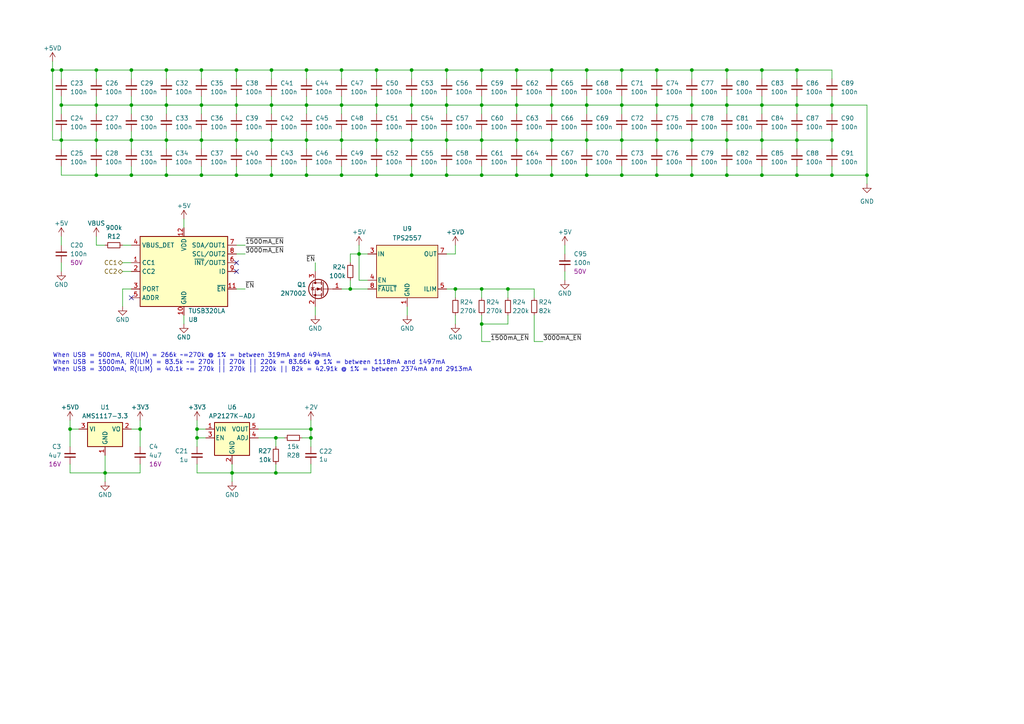
<source format=kicad_sch>
(kicad_sch (version 20230121) (generator eeschema)
  (paper "A4")
  (title_block (date "2023-04-03") (rev "V2.0") (comment 1 "All capacitors 50V unless otherwise specified."))
  (junction (at 30.48 137.16))
  (junction (at 27.94 50.8))
  (junction (at 99.06 40.64))
  (junction (at 210.82 20.32))
  (junction (at 190.5 40.64))
  (junction (at 119.38 50.8))
  (junction (at 80.01 127))
  (junction (at 48.26 20.32))
  (junction (at 58.42 50.8))
  (junction (at 99.06 20.32))
  (junction (at 27.94 20.32))
  (junction (at 170.18 30.48))
  (junction (at 109.22 40.64))
  (junction (at 88.9 30.48))
  (junction (at 180.34 40.64))
  (junction (at 139.7 93.98))
  (junction (at 139.7 40.64))
  (junction (at 200.66 20.32))
  (junction (at 78.74 20.32))
  (junction (at 104.14 73.66))
  (junction (at 190.5 30.48))
  (junction (at 119.38 40.64))
  (junction (at 241.3 50.8))
  (junction (at 27.94 40.64))
  (junction (at 17.78 30.48))
  (junction (at 90.17 124.46))
  (junction (at 170.18 20.32))
  (junction (at 231.14 40.64))
  (junction (at 180.34 20.32))
  (junction (at 48.26 40.64))
  (junction (at 160.02 20.32))
  (junction (at 200.66 50.8))
  (junction (at 241.3 30.48))
  (junction (at 149.86 20.32))
  (junction (at 17.78 40.64))
  (junction (at 200.66 30.48))
  (junction (at 80.01 137.16))
  (junction (at 220.98 20.32))
  (junction (at 68.58 40.64))
  (junction (at 147.32 83.82))
  (junction (at 99.06 50.8))
  (junction (at 99.06 30.48))
  (junction (at 231.14 20.32))
  (junction (at 109.22 30.48))
  (junction (at 90.17 127))
  (junction (at 170.18 50.8))
  (junction (at 129.54 20.32))
  (junction (at 109.22 50.8))
  (junction (at 180.34 30.48))
  (junction (at 220.98 50.8))
  (junction (at 190.5 20.32))
  (junction (at 129.54 50.8))
  (junction (at 139.7 83.82))
  (junction (at 132.08 83.82))
  (junction (at 88.9 20.32))
  (junction (at 160.02 40.64))
  (junction (at 129.54 30.48))
  (junction (at 139.7 50.8))
  (junction (at 15.24 20.32))
  (junction (at 68.58 30.48))
  (junction (at 20.32 124.46))
  (junction (at 210.82 40.64))
  (junction (at 190.5 50.8))
  (junction (at 38.1 20.32))
  (junction (at 38.1 50.8))
  (junction (at 109.22 20.32))
  (junction (at 200.66 40.64))
  (junction (at 48.26 50.8))
  (junction (at 68.58 50.8))
  (junction (at 38.1 30.48))
  (junction (at 78.74 50.8))
  (junction (at 57.15 127))
  (junction (at 149.86 40.64))
  (junction (at 129.54 40.64))
  (junction (at 119.38 30.48))
  (junction (at 210.82 30.48))
  (junction (at 220.98 40.64))
  (junction (at 160.02 30.48))
  (junction (at 220.98 30.48))
  (junction (at 139.7 30.48))
  (junction (at 170.18 40.64))
  (junction (at 160.02 50.8))
  (junction (at 78.74 30.48))
  (junction (at 231.14 50.8))
  (junction (at 88.9 50.8))
  (junction (at 58.42 30.48))
  (junction (at 139.7 20.32))
  (junction (at 88.9 40.64))
  (junction (at 101.6 83.82))
  (junction (at 58.42 40.64))
  (junction (at 231.14 30.48))
  (junction (at 149.86 50.8))
  (junction (at 241.3 40.64))
  (junction (at 68.58 20.32))
  (junction (at 17.78 20.32))
  (junction (at 78.74 40.64))
  (junction (at 48.26 30.48))
  (junction (at 27.94 30.48))
  (junction (at 210.82 50.8))
  (junction (at 67.31 137.16))
  (junction (at 119.38 20.32))
  (junction (at 180.34 50.8))
  (junction (at 149.86 30.48))
  (junction (at 57.15 124.46))
  (junction (at 40.64 124.46))
  (junction (at 58.42 20.32))
  (junction (at 251.46 50.8))
  (junction (at 38.1 40.64))
  (no_connect (at 38.1 86.36))
  (no_connect (at 68.58 76.2))
  (no_connect (at 68.58 78.74))
  (wire (pts (xy 109.22 33.02) (xy 109.22 30.48)))
  (wire (pts (xy 119.38 43.18) (xy 119.38 40.64)))
  (wire (pts (xy 180.34 40.64) (xy 180.34 38.1)))
  (wire (pts (xy 163.83 71.12) (xy 163.83 73.66)))
  (wire (pts (xy 132.08 93.98) (xy 132.08 91.44)))
  (wire (pts (xy 67.31 137.16) (xy 67.31 134.62)))
  (wire (pts (xy 147.32 83.82) (xy 139.7 83.82)))
  (wire (pts (xy 200.66 43.18) (xy 200.66 40.64)))
  (wire (pts (xy 17.78 22.86) (xy 17.78 20.32)))
  (wire (pts (xy 27.94 50.8) (xy 38.1 50.8)))
  (wire (pts (xy 190.5 30.48) (xy 200.66 30.48)))
  (wire (pts (xy 87.63 127) (xy 90.17 127)))
  (wire (pts (xy 149.86 50.8) (xy 149.86 48.26)))
  (wire (pts (xy 68.58 40.64) (xy 78.74 40.64)))
  (wire (pts (xy 58.42 22.86) (xy 58.42 20.32)))
  (wire (pts (xy 38.1 124.46) (xy 40.64 124.46)))
  (wire (pts (xy 48.26 20.32) (xy 58.42 20.32)))
  (wire (pts (xy 119.38 50.8) (xy 129.54 50.8)))
  (wire (pts (xy 90.17 127) (xy 90.17 124.46)))
  (wire (pts (xy 220.98 40.64) (xy 231.14 40.64)))
  (wire (pts (xy 149.86 22.86) (xy 149.86 20.32)))
  (wire (pts (xy 160.02 50.8) (xy 160.02 48.26)))
  (wire (pts (xy 57.15 129.54) (xy 57.15 127)))
  (wire (pts (xy 210.82 20.32) (xy 220.98 20.32)))
  (wire (pts (xy 57.15 124.46) (xy 59.69 124.46)))
  (wire (pts (xy 160.02 22.86) (xy 160.02 20.32)))
  (wire (pts (xy 200.66 22.86) (xy 200.66 20.32)))
  (wire (pts (xy 149.86 40.64) (xy 149.86 38.1)))
  (wire (pts (xy 27.94 50.8) (xy 27.94 48.26)))
  (wire (pts (xy 119.38 40.64) (xy 119.38 38.1)))
  (wire (pts (xy 170.18 40.64) (xy 170.18 38.1)))
  (wire (pts (xy 20.32 134.62) (xy 20.32 137.16)))
  (wire (pts (xy 170.18 50.8) (xy 180.34 50.8)))
  (wire (pts (xy 190.5 22.86) (xy 190.5 20.32)))
  (wire (pts (xy 190.5 33.02) (xy 190.5 30.48)))
  (wire (pts (xy 68.58 22.86) (xy 68.58 20.32)))
  (wire (pts (xy 109.22 40.64) (xy 119.38 40.64)))
  (wire (pts (xy 15.24 20.32) (xy 15.24 40.64)))
  (wire (pts (xy 57.15 134.62) (xy 57.15 137.16)))
  (wire (pts (xy 109.22 50.8) (xy 119.38 50.8)))
  (wire (pts (xy 74.93 127) (xy 80.01 127)))
  (wire (pts (xy 35.56 78.74) (xy 38.1 78.74)))
  (wire (pts (xy 99.06 33.02) (xy 99.06 30.48)))
  (wire (pts (xy 91.44 88.9) (xy 91.44 91.44)))
  (wire (pts (xy 163.83 78.74) (xy 163.83 81.28)))
  (wire (pts (xy 99.06 20.32) (xy 109.22 20.32)))
  (wire (pts (xy 58.42 30.48) (xy 58.42 27.94)))
  (wire (pts (xy 180.34 30.48) (xy 180.34 27.94)))
  (wire (pts (xy 160.02 30.48) (xy 160.02 27.94)))
  (wire (pts (xy 231.14 33.02) (xy 231.14 30.48)))
  (wire (pts (xy 132.08 86.36) (xy 132.08 83.82)))
  (wire (pts (xy 30.48 137.16) (xy 30.48 132.08)))
  (wire (pts (xy 57.15 137.16) (xy 67.31 137.16)))
  (wire (pts (xy 154.94 99.06) (xy 154.94 91.44)))
  (wire (pts (xy 139.7 40.64) (xy 139.7 38.1)))
  (wire (pts (xy 68.58 50.8) (xy 78.74 50.8)))
  (wire (pts (xy 170.18 30.48) (xy 170.18 27.94)))
  (wire (pts (xy 220.98 50.8) (xy 231.14 50.8)))
  (wire (pts (xy 17.78 43.18) (xy 17.78 40.64)))
  (wire (pts (xy 139.7 20.32) (xy 149.86 20.32)))
  (wire (pts (xy 200.66 30.48) (xy 210.82 30.48)))
  (wire (pts (xy 160.02 40.64) (xy 160.02 38.1)))
  (wire (pts (xy 109.22 40.64) (xy 109.22 38.1)))
  (wire (pts (xy 119.38 33.02) (xy 119.38 30.48)))
  (wire (pts (xy 149.86 30.48) (xy 160.02 30.48)))
  (wire (pts (xy 109.22 50.8) (xy 109.22 48.26)))
  (wire (pts (xy 180.34 30.48) (xy 190.5 30.48)))
  (wire (pts (xy 15.24 20.32) (xy 17.78 20.32)))
  (wire (pts (xy 210.82 30.48) (xy 210.82 27.94)))
  (wire (pts (xy 149.86 30.48) (xy 149.86 27.94)))
  (wire (pts (xy 109.22 20.32) (xy 119.38 20.32)))
  (wire (pts (xy 220.98 43.18) (xy 220.98 40.64)))
  (wire (pts (xy 88.9 30.48) (xy 88.9 27.94)))
  (wire (pts (xy 132.08 83.82) (xy 129.54 83.82)))
  (wire (pts (xy 48.26 50.8) (xy 58.42 50.8)))
  (wire (pts (xy 80.01 127) (xy 80.01 129.54)))
  (wire (pts (xy 71.12 71.12) (xy 68.58 71.12)))
  (wire (pts (xy 58.42 33.02) (xy 58.42 30.48)))
  (wire (pts (xy 38.1 30.48) (xy 48.26 30.48)))
  (wire (pts (xy 119.38 20.32) (xy 129.54 20.32)))
  (wire (pts (xy 101.6 83.82) (xy 106.68 83.82)))
  (wire (pts (xy 231.14 30.48) (xy 231.14 27.94)))
  (wire (pts (xy 58.42 50.8) (xy 68.58 50.8)))
  (wire (pts (xy 220.98 50.8) (xy 220.98 48.26)))
  (wire (pts (xy 40.64 124.46) (xy 40.64 129.54)))
  (wire (pts (xy 88.9 22.86) (xy 88.9 20.32)))
  (wire (pts (xy 78.74 20.32) (xy 88.9 20.32)))
  (wire (pts (xy 142.24 99.06) (xy 139.7 99.06)))
  (wire (pts (xy 78.74 33.02) (xy 78.74 30.48)))
  (wire (pts (xy 170.18 40.64) (xy 180.34 40.64)))
  (wire (pts (xy 99.06 43.18) (xy 99.06 40.64)))
  (wire (pts (xy 104.14 81.28) (xy 104.14 73.66)))
  (wire (pts (xy 241.3 22.86) (xy 241.3 20.32)))
  (wire (pts (xy 67.31 137.16) (xy 67.31 139.7)))
  (wire (pts (xy 231.14 40.64) (xy 241.3 40.64)))
  (wire (pts (xy 119.38 22.86) (xy 119.38 20.32)))
  (wire (pts (xy 149.86 20.32) (xy 160.02 20.32)))
  (wire (pts (xy 220.98 30.48) (xy 220.98 27.94)))
  (wire (pts (xy 210.82 43.18) (xy 210.82 40.64)))
  (wire (pts (xy 129.54 22.86) (xy 129.54 20.32)))
  (wire (pts (xy 200.66 40.64) (xy 210.82 40.64)))
  (wire (pts (xy 20.32 124.46) (xy 22.86 124.46)))
  (wire (pts (xy 48.26 30.48) (xy 48.26 27.94)))
  (wire (pts (xy 57.15 127) (xy 59.69 127)))
  (wire (pts (xy 200.66 33.02) (xy 200.66 30.48)))
  (wire (pts (xy 109.22 43.18) (xy 109.22 40.64)))
  (wire (pts (xy 20.32 137.16) (xy 30.48 137.16)))
  (wire (pts (xy 139.7 50.8) (xy 139.7 48.26)))
  (wire (pts (xy 139.7 83.82) (xy 132.08 83.82)))
  (wire (pts (xy 27.94 22.86) (xy 27.94 20.32)))
  (wire (pts (xy 241.3 30.48) (xy 251.46 30.48)))
  (wire (pts (xy 68.58 20.32) (xy 78.74 20.32)))
  (wire (pts (xy 190.5 40.64) (xy 200.66 40.64)))
  (wire (pts (xy 88.9 50.8) (xy 88.9 48.26)))
  (wire (pts (xy 160.02 50.8) (xy 170.18 50.8)))
  (wire (pts (xy 170.18 43.18) (xy 170.18 40.64)))
  (wire (pts (xy 231.14 50.8) (xy 231.14 48.26)))
  (wire (pts (xy 38.1 43.18) (xy 38.1 40.64)))
  (wire (pts (xy 200.66 30.48) (xy 200.66 27.94)))
  (wire (pts (xy 190.5 50.8) (xy 190.5 48.26)))
  (wire (pts (xy 241.3 33.02) (xy 241.3 30.48)))
  (wire (pts (xy 129.54 43.18) (xy 129.54 40.64)))
  (wire (pts (xy 27.94 20.32) (xy 38.1 20.32)))
  (wire (pts (xy 17.78 30.48) (xy 17.78 27.94)))
  (wire (pts (xy 200.66 50.8) (xy 210.82 50.8)))
  (wire (pts (xy 58.42 40.64) (xy 58.42 38.1)))
  (wire (pts (xy 48.26 40.64) (xy 48.26 38.1)))
  (wire (pts (xy 57.15 121.92) (xy 57.15 124.46)))
  (wire (pts (xy 90.17 134.62) (xy 90.17 137.16)))
  (wire (pts (xy 132.08 73.66) (xy 129.54 73.66)))
  (wire (pts (xy 231.14 30.48) (xy 241.3 30.48)))
  (wire (pts (xy 58.42 30.48) (xy 68.58 30.48)))
  (wire (pts (xy 160.02 20.32) (xy 170.18 20.32)))
  (wire (pts (xy 57.15 124.46) (xy 57.15 127)))
  (wire (pts (xy 119.38 50.8) (xy 119.38 48.26)))
  (wire (pts (xy 38.1 30.48) (xy 38.1 27.94)))
  (wire (pts (xy 129.54 20.32) (xy 139.7 20.32)))
  (wire (pts (xy 17.78 33.02) (xy 17.78 30.48)))
  (wire (pts (xy 68.58 30.48) (xy 68.58 27.94)))
  (wire (pts (xy 58.42 50.8) (xy 58.42 48.26)))
  (wire (pts (xy 99.06 22.86) (xy 99.06 20.32)))
  (wire (pts (xy 99.06 50.8) (xy 99.06 48.26)))
  (wire (pts (xy 210.82 50.8) (xy 220.98 50.8)))
  (wire (pts (xy 88.9 43.18) (xy 88.9 40.64)))
  (wire (pts (xy 129.54 50.8) (xy 129.54 48.26)))
  (wire (pts (xy 160.02 43.18) (xy 160.02 40.64)))
  (wire (pts (xy 129.54 30.48) (xy 139.7 30.48)))
  (wire (pts (xy 170.18 22.86) (xy 170.18 20.32)))
  (wire (pts (xy 90.17 121.92) (xy 90.17 124.46)))
  (wire (pts (xy 170.18 33.02) (xy 170.18 30.48)))
  (wire (pts (xy 119.38 40.64) (xy 129.54 40.64)))
  (wire (pts (xy 129.54 40.64) (xy 129.54 38.1)))
  (wire (pts (xy 48.26 33.02) (xy 48.26 30.48)))
  (wire (pts (xy 78.74 43.18) (xy 78.74 40.64)))
  (wire (pts (xy 38.1 50.8) (xy 38.1 48.26)))
  (wire (pts (xy 53.34 91.44) (xy 53.34 93.98)))
  (wire (pts (xy 210.82 40.64) (xy 210.82 38.1)))
  (wire (pts (xy 231.14 43.18) (xy 231.14 40.64)))
  (wire (pts (xy 38.1 40.64) (xy 38.1 38.1)))
  (wire (pts (xy 180.34 50.8) (xy 180.34 48.26)))
  (wire (pts (xy 74.93 124.46) (xy 90.17 124.46)))
  (wire (pts (xy 109.22 30.48) (xy 109.22 27.94)))
  (wire (pts (xy 68.58 43.18) (xy 68.58 40.64)))
  (wire (pts (xy 231.14 22.86) (xy 231.14 20.32)))
  (wire (pts (xy 30.48 137.16) (xy 40.64 137.16)))
  (wire (pts (xy 88.9 33.02) (xy 88.9 30.48)))
  (wire (pts (xy 231.14 20.32) (xy 241.3 20.32)))
  (wire (pts (xy 220.98 33.02) (xy 220.98 30.48)))
  (wire (pts (xy 160.02 40.64) (xy 170.18 40.64)))
  (wire (pts (xy 139.7 30.48) (xy 139.7 27.94)))
  (wire (pts (xy 71.12 73.66) (xy 68.58 73.66)))
  (wire (pts (xy 180.34 20.32) (xy 190.5 20.32)))
  (wire (pts (xy 88.9 30.48) (xy 99.06 30.48)))
  (wire (pts (xy 48.26 43.18) (xy 48.26 40.64)))
  (wire (pts (xy 190.5 43.18) (xy 190.5 40.64)))
  (wire (pts (xy 58.42 20.32) (xy 68.58 20.32)))
  (wire (pts (xy 90.17 129.54) (xy 90.17 127)))
  (wire (pts (xy 220.98 20.32) (xy 231.14 20.32)))
  (wire (pts (xy 139.7 40.64) (xy 149.86 40.64)))
  (wire (pts (xy 68.58 33.02) (xy 68.58 30.48)))
  (wire (pts (xy 149.86 43.18) (xy 149.86 40.64)))
  (wire (pts (xy 129.54 40.64) (xy 139.7 40.64)))
  (wire (pts (xy 68.58 30.48) (xy 78.74 30.48)))
  (wire (pts (xy 180.34 22.86) (xy 180.34 20.32)))
  (wire (pts (xy 119.38 30.48) (xy 129.54 30.48)))
  (wire (pts (xy 129.54 33.02) (xy 129.54 30.48)))
  (wire (pts (xy 17.78 68.58) (xy 17.78 71.12)))
  (wire (pts (xy 251.46 50.8) (xy 251.46 53.34)))
  (wire (pts (xy 27.94 33.02) (xy 27.94 30.48)))
  (wire (pts (xy 80.01 127) (xy 82.55 127)))
  (wire (pts (xy 220.98 40.64) (xy 220.98 38.1)))
  (wire (pts (xy 160.02 33.02) (xy 160.02 30.48)))
  (wire (pts (xy 109.22 30.48) (xy 119.38 30.48)))
  (wire (pts (xy 78.74 50.8) (xy 88.9 50.8)))
  (wire (pts (xy 78.74 30.48) (xy 78.74 27.94)))
  (wire (pts (xy 104.14 73.66) (xy 106.68 73.66)))
  (wire (pts (xy 38.1 83.82) (xy 35.56 83.82)))
  (wire (pts (xy 27.94 40.64) (xy 27.94 38.1)))
  (wire (pts (xy 88.9 20.32) (xy 99.06 20.32)))
  (wire (pts (xy 170.18 20.32) (xy 180.34 20.32)))
  (wire (pts (xy 101.6 73.66) (xy 101.6 76.2)))
  (wire (pts (xy 200.66 50.8) (xy 200.66 48.26)))
  (wire (pts (xy 80.01 137.16) (xy 90.17 137.16)))
  (wire (pts (xy 99.06 30.48) (xy 99.06 27.94)))
  (wire (pts (xy 91.44 76.2) (xy 91.44 78.74)))
  (wire (pts (xy 48.26 50.8) (xy 48.26 48.26)))
  (wire (pts (xy 241.3 50.8) (xy 241.3 48.26)))
  (wire (pts (xy 48.26 22.86) (xy 48.26 20.32)))
  (wire (pts (xy 15.24 17.78) (xy 15.24 20.32)))
  (wire (pts (xy 78.74 40.64) (xy 88.9 40.64)))
  (wire (pts (xy 104.14 71.12) (xy 104.14 73.66)))
  (wire (pts (xy 67.31 137.16) (xy 80.01 137.16)))
  (wire (pts (xy 149.86 50.8) (xy 160.02 50.8)))
  (wire (pts (xy 17.78 40.64) (xy 27.94 40.64)))
  (wire (pts (xy 30.48 137.16) (xy 30.48 139.7)))
  (wire (pts (xy 149.86 40.64) (xy 160.02 40.64)))
  (wire (pts (xy 27.94 30.48) (xy 27.94 27.94)))
  (wire (pts (xy 99.06 50.8) (xy 109.22 50.8)))
  (wire (pts (xy 139.7 93.98) (xy 139.7 91.44)))
  (wire (pts (xy 88.9 50.8) (xy 99.06 50.8)))
  (wire (pts (xy 147.32 91.44) (xy 147.32 93.98)))
  (wire (pts (xy 27.94 30.48) (xy 38.1 30.48)))
  (wire (pts (xy 147.32 93.98) (xy 139.7 93.98)))
  (wire (pts (xy 68.58 40.64) (xy 68.58 38.1)))
  (wire (pts (xy 154.94 86.36) (xy 154.94 83.82)))
  (wire (pts (xy 88.9 40.64) (xy 99.06 40.64)))
  (wire (pts (xy 129.54 30.48) (xy 129.54 27.94)))
  (wire (pts (xy 17.78 76.2) (xy 17.78 78.74)))
  (wire (pts (xy 139.7 30.48) (xy 149.86 30.48)))
  (wire (pts (xy 210.82 30.48) (xy 220.98 30.48)))
  (wire (pts (xy 35.56 76.2) (xy 38.1 76.2)))
  (wire (pts (xy 139.7 50.8) (xy 149.86 50.8)))
  (wire (pts (xy 139.7 33.02) (xy 139.7 30.48)))
  (wire (pts (xy 139.7 22.86) (xy 139.7 20.32)))
  (wire (pts (xy 17.78 50.8) (xy 17.78 48.26)))
  (wire (pts (xy 27.94 71.12) (xy 30.48 71.12)))
  (wire (pts (xy 210.82 22.86) (xy 210.82 20.32)))
  (wire (pts (xy 190.5 20.32) (xy 200.66 20.32)))
  (wire (pts (xy 99.06 30.48) (xy 109.22 30.48)))
  (wire (pts (xy 210.82 40.64) (xy 220.98 40.64)))
  (wire (pts (xy 15.24 40.64) (xy 17.78 40.64)))
  (wire (pts (xy 48.26 40.64) (xy 58.42 40.64)))
  (wire (pts (xy 99.06 83.82) (xy 101.6 83.82)))
  (wire (pts (xy 220.98 22.86) (xy 220.98 20.32)))
  (wire (pts (xy 241.3 30.48) (xy 241.3 27.94)))
  (wire (pts (xy 71.12 83.82) (xy 68.58 83.82)))
  (wire (pts (xy 190.5 50.8) (xy 200.66 50.8)))
  (wire (pts (xy 38.1 40.64) (xy 48.26 40.64)))
  (wire (pts (xy 109.22 22.86) (xy 109.22 20.32)))
  (wire (pts (xy 231.14 50.8) (xy 241.3 50.8)))
  (wire (pts (xy 38.1 50.8) (xy 48.26 50.8)))
  (wire (pts (xy 157.48 99.06) (xy 154.94 99.06)))
  (wire (pts (xy 220.98 30.48) (xy 231.14 30.48)))
  (wire (pts (xy 210.82 33.02) (xy 210.82 30.48)))
  (wire (pts (xy 106.68 81.28) (xy 104.14 81.28)))
  (wire (pts (xy 99.06 40.64) (xy 109.22 40.64)))
  (wire (pts (xy 40.64 134.62) (xy 40.64 137.16)))
  (wire (pts (xy 180.34 50.8) (xy 190.5 50.8)))
  (wire (pts (xy 27.94 40.64) (xy 38.1 40.64)))
  (wire (pts (xy 78.74 22.86) (xy 78.74 20.32)))
  (wire (pts (xy 154.94 83.82) (xy 147.32 83.82)))
  (wire (pts (xy 119.38 30.48) (xy 119.38 27.94)))
  (wire (pts (xy 58.42 40.64) (xy 68.58 40.64)))
  (wire (pts (xy 180.34 40.64) (xy 190.5 40.64)))
  (wire (pts (xy 190.5 30.48) (xy 190.5 27.94)))
  (wire (pts (xy 38.1 33.02) (xy 38.1 30.48)))
  (wire (pts (xy 200.66 40.64) (xy 200.66 38.1)))
  (wire (pts (xy 99.06 40.64) (xy 99.06 38.1)))
  (wire (pts (xy 27.94 68.58) (xy 27.94 71.12)))
  (wire (pts (xy 58.42 43.18) (xy 58.42 40.64)))
  (wire (pts (xy 53.34 63.5) (xy 53.34 66.04)))
  (wire (pts (xy 78.74 40.64) (xy 78.74 38.1)))
  (wire (pts (xy 170.18 30.48) (xy 180.34 30.48)))
  (wire (pts (xy 38.1 20.32) (xy 48.26 20.32)))
  (wire (pts (xy 104.14 73.66) (xy 101.6 73.66)))
  (wire (pts (xy 200.66 20.32) (xy 210.82 20.32)))
  (wire (pts (xy 147.32 86.36) (xy 147.32 83.82)))
  (wire (pts (xy 210.82 50.8) (xy 210.82 48.26)))
  (wire (pts (xy 139.7 99.06) (xy 139.7 93.98)))
  (wire (pts (xy 40.64 121.92) (xy 40.64 124.46)))
  (wire (pts (xy 231.14 40.64) (xy 231.14 38.1)))
  (wire (pts (xy 170.18 50.8) (xy 170.18 48.26)))
  (wire (pts (xy 48.26 30.48) (xy 58.42 30.48)))
  (wire (pts (xy 129.54 50.8) (xy 139.7 50.8)))
  (wire (pts (xy 241.3 50.8) (xy 251.46 50.8)))
  (wire (pts (xy 241.3 40.64) (xy 241.3 38.1)))
  (wire (pts (xy 132.08 71.12) (xy 132.08 73.66)))
  (wire (pts (xy 38.1 22.86) (xy 38.1 20.32)))
  (wire (pts (xy 190.5 40.64) (xy 190.5 38.1)))
  (wire (pts (xy 27.94 43.18) (xy 27.94 40.64)))
  (wire (pts (xy 149.86 33.02) (xy 149.86 30.48)))
  (wire (pts (xy 17.78 30.48) (xy 27.94 30.48)))
  (wire (pts (xy 17.78 20.32) (xy 27.94 20.32)))
  (wire (pts (xy 118.11 88.9) (xy 118.11 91.44)))
  (wire (pts (xy 20.32 121.92) (xy 20.32 124.46)))
  (wire (pts (xy 17.78 50.8) (xy 27.94 50.8)))
  (wire (pts (xy 17.78 40.64) (xy 17.78 38.1)))
  (wire (pts (xy 78.74 50.8) (xy 78.74 48.26)))
  (wire (pts (xy 35.56 83.82) (xy 35.56 88.9)))
  (wire (pts (xy 180.34 43.18) (xy 180.34 40.64)))
  (wire (pts (xy 20.32 124.46) (xy 20.32 129.54)))
  (wire (pts (xy 80.01 137.16) (xy 80.01 134.62)))
  (wire (pts (xy 88.9 40.64) (xy 88.9 38.1)))
  (wire (pts (xy 78.74 30.48) (xy 88.9 30.48)))
  (wire (pts (xy 241.3 43.18) (xy 241.3 40.64)))
  (wire (pts (xy 160.02 30.48) (xy 170.18 30.48)))
  (wire (pts (xy 139.7 43.18) (xy 139.7 40.64)))
  (wire (pts (xy 180.34 33.02) (xy 180.34 30.48)))
  (wire (pts (xy 139.7 83.82) (xy 139.7 86.36)))
  (wire (pts (xy 251.46 30.48) (xy 251.46 50.8)))
  (wire (pts (xy 35.56 71.12) (xy 38.1 71.12)))
  (wire (pts (xy 101.6 81.28) (xy 101.6 83.82)))
  (wire (pts (xy 68.58 50.8) (xy 68.58 48.26)))
  (text "When USB = 500mA, R(ILIM) = 266k ~=270k @ 1% = between 319mA and 494mA\nWhen USB = 1500mA, R(ILIM) = 83.5k ~= 270k || 270k || 220k = 83.66k @ 1% = between 1118mA and 1497mA\nWhen USB = 3000mA, R(ILIM) = 40.1k ~= 270k || 270k || 220k || 82k = 42.91k @ 1% = between 2374mA and 2913mA" (at 15.24 107.95 0) (effects (font (size 1.27 1.27)) (justify left bottom)))
  (label "~{1500mA_EN}" (at 71.12 71.12 0))
  (label "~{1500mA_EN}" (at 142.24 99.06 0))
  (label "~{3000mA_EN}" (at 157.48 99.06 0))
  (label "~{EN}" (at 91.44 76.2 180))
  (label "~{EN}" (at 71.12 83.82 0))
  (label "~{3000mA_EN}" (at 71.12 73.66 0))
  (hierarchical_label "CC2" (shape bidirectional) (at 35.56 78.74 180))
  (hierarchical_label "CC1" (shape bidirectional) (at 35.56 76.2 180))
  (symbol (lib_id "Device:C_Small") (at 220.98 25.4 180) (unit 1)
    (property "Reference" "C83" (at 223.52 24.13 0) (effects (justify right)))
    (property "Value" "100n" (at 223.52 26.67 0) (effects (justify right)))
    (property "Footprint" "Honeydew:C_0402_1005Metric" (effects hide))
    (property "Description" "0402 capacitor" (effects hide))
    (property "LCSC" "C307331" (effects hide))
    (property "Voltage" "50V" (effects hide))
  )
  (symbol (lib_id "Honeydew:TPS2557") (at 118.11 78.74 0) (unit 1)
    (property "Reference" "U9" (at 118.11 66.3448 0))
    (property "Value" "TPS2557" (at 118.11 69.0372 0))
    (property "Footprint" "Honeydew:HVSON-8-1EP_3x3mm_P0.65mm_EP1.6x2.4mm" (effects hide))
    (property "LCSC" "C130056" (effects hide))
    (property "Description" "Power Switch/Current Limiter" (effects hide))
  )
  (symbol (lib_id "power:+5VD") (at 132.08 71.12 0) (unit 1)
    (property "Reference" "#PWR058" (effects hide))
    (property "Value" "+5VD" (at 132.08 67.31 0))
  )
  (symbol (lib_id "Device:C_Small") (at 90.17 132.08 0) (unit 1)
    (property "Reference" "C22" (at 92.5068 130.9116 0) (effects (justify left)))
    (property "Value" "1u" (at 92.5068 133.223 0) (effects (justify left)))
    (property "Footprint" "Capacitor_SMD:C_0603_1608Metric" (effects hide))
    (property "Description" "0603 capacitor" (effects hide))
    (property "LCSC" "C15849" (effects hide))
    (property "Voltage" "50V" (effects hide))
  )
  (symbol (lib_id "Device:C_Small") (at 210.82 25.4 180) (unit 1)
    (property "Reference" "C80" (at 213.36 24.13 0) (effects (justify right)))
    (property "Value" "100n" (at 213.36 26.67 0) (effects (justify right)))
    (property "Footprint" "Honeydew:C_0402_1005Metric" (effects hide))
    (property "Description" "0402 capacitor" (effects hide))
    (property "LCSC" "C307331" (effects hide))
    (property "Voltage" "50V" (effects hide))
  )
  (symbol (lib_id "Device:C_Small") (at 180.34 45.72 180) (unit 1)
    (property "Reference" "C73" (at 182.88 44.45 0) (effects (justify right)))
    (property "Value" "100n" (at 182.88 46.99 0) (effects (justify right)))
    (property "Footprint" "Honeydew:C_0402_1005Metric" (effects hide))
    (property "Description" "0402 capacitor" (effects hide))
    (property "LCSC" "C307331" (effects hide))
    (property "Voltage" "50V" (effects hide))
  )
  (symbol (lib_id "power:GND") (at 251.46 53.34 0) (mirror y) (unit 1)
    (property "Reference" "#PWR032" (effects hide))
    (property "Value" "GND" (at 251.46 58.42 0))
  )
  (symbol (lib_id "Device:R_Small") (at 132.08 88.9 0) (mirror y) (unit 1)
    (property "Reference" "R24" (at 133.35 87.63 0) (effects (justify right)))
    (property "Value" "270k" (at 133.35 90.17 0) (effects (justify right)))
    (property "Footprint" "Resistor_SMD:R_0402_1005Metric" (effects hide))
    (property "Description" "0402 resistor" (effects hide))
    (property "LCSC" "C25770" (effects hide))
    (instances (project "Honeydew" (path "" (reference "R24") (unit 1)) (path "" (reference "R17") (unit 1))))
  )
  (symbol (lib_id "power:GND") (at 35.56 88.9 0) (unit 1)
    (property "Reference" "#PWR03" (effects hide))
    (property "Value" "GND" (at 35.56 92.71 0))
    (instances (project "Honeydew" (path "" (reference "#PWR03") (unit 1)) (path "" (reference "#PWR063") (unit 1))))
  )
  (symbol (lib_id "power:GND") (at 67.31 139.7 0) (unit 1)
    (property "Reference" "#PWR03" (effects hide))
    (property "Value" "GND" (at 67.31 143.51 0))
    (instances (project "Honeydew" (path "" (reference "#PWR03") (unit 1)) (path "" (reference "#PWR054") (unit 1))))
  )
  (symbol (lib_id "Regulator_Linear:AMS1117-3.3") (at 30.48 124.46 0) (unit 1)
    (property "Reference" "U1" (at 30.48 118.11 0))
    (property "Value" "AMS1117-3.3" (at 30.48 120.65 0))
    (property "Footprint" "Package_TO_SOT_SMD:SOT-223-3_TabPin2" (effects hide))
    (property "Datasheet" "http://www.advanced-monolithic.com/pdf/ds1117.pdf" (effects hide))
    (property "LCSC" "C6186" (effects hide))
  )
  (symbol (lib_id "Device:C_Small") (at 109.22 45.72 180) (unit 1)
    (property "Reference" "C52" (at 111.76 44.45 0) (effects (justify right)))
    (property "Value" "100n" (at 111.76 46.99 0) (effects (justify right)))
    (property "Footprint" "Honeydew:C_0402_1005Metric" (effects hide))
    (property "Description" "0402 capacitor" (effects hide))
    (property "LCSC" "C307331" (effects hide))
    (property "Voltage" "50V" (effects hide))
  )
  (symbol (lib_id "power:GND") (at 17.78 78.74 0) (unit 1)
    (property "Reference" "#PWR03" (effects hide))
    (property "Value" "GND" (at 17.78 82.55 0))
    (instances (project "Honeydew" (path "" (reference "#PWR03") (unit 1)) (path "" (reference "#PWR059") (unit 1))))
  )
  (symbol (lib_id "Device:C_Small") (at 78.74 25.4 180) (unit 1)
    (property "Reference" "C41" (at 81.28 24.13 0) (effects (justify right)))
    (property "Value" "100n" (at 81.28 26.67 0) (effects (justify right)))
    (property "Footprint" "Honeydew:C_0402_1005Metric" (effects hide))
    (property "Description" "0402 capacitor" (effects hide))
    (property "LCSC" "C307331" (effects hide))
    (property "Voltage" "50V" (effects hide))
  )
  (symbol (lib_id "Device:C_Small") (at 160.02 25.4 180) (unit 1)
    (property "Reference" "C65" (at 162.56 24.13 0) (effects (justify right)))
    (property "Value" "100n" (at 162.56 26.67 0) (effects (justify right)))
    (property "Footprint" "Honeydew:C_0402_1005Metric" (effects hide))
    (property "Description" "0402 capacitor" (effects hide))
    (property "LCSC" "C307331" (effects hide))
    (property "Voltage" "50V" (effects hide))
  )
  (symbol (lib_id "Device:C_Small") (at 200.66 45.72 180) (unit 1)
    (property "Reference" "C79" (at 203.2 44.45 0) (effects (justify right)))
    (property "Value" "100n" (at 203.2 46.99 0) (effects (justify right)))
    (property "Footprint" "Honeydew:C_0402_1005Metric" (effects hide))
    (property "Description" "0402 capacitor" (effects hide))
    (property "LCSC" "C307331" (effects hide))
    (property "Voltage" "50V" (effects hide))
  )
  (symbol (lib_id "Device:C_Small") (at 58.42 25.4 180) (unit 1)
    (property "Reference" "C35" (at 60.96 24.13 0) (effects (justify right)))
    (property "Value" "100n" (at 60.96 26.67 0) (effects (justify right)))
    (property "Footprint" "Honeydew:C_0402_1005Metric" (effects hide))
    (property "Description" "0402 capacitor" (effects hide))
    (property "LCSC" "C307331" (effects hide))
    (property "Voltage" "50V" (effects hide))
  )
  (symbol (lib_id "power:VBUS") (at 27.94 68.58 0) (unit 1)
    (property "Reference" "#PWR060" (effects hide))
    (property "Value" "VBUS" (at 27.94 64.77 0))
  )
  (symbol (lib_id "Device:C_Small") (at 129.54 25.4 180) (unit 1)
    (property "Reference" "C56" (at 132.08 24.13 0) (effects (justify right)))
    (property "Value" "100n" (at 132.08 26.67 0) (effects (justify right)))
    (property "Footprint" "Honeydew:C_0402_1005Metric" (effects hide))
    (property "Description" "0402 capacitor" (effects hide))
    (property "LCSC" "C307331" (effects hide))
    (property "Voltage" "50V" (effects hide))
  )
  (symbol (lib_id "Device:C_Small") (at 68.58 45.72 180) (unit 1)
    (property "Reference" "C40" (at 71.12 44.45 0) (effects (justify right)))
    (property "Value" "100n" (at 71.12 46.99 0) (effects (justify right)))
    (property "Footprint" "Honeydew:C_0402_1005Metric" (effects hide))
    (property "Description" "0402 capacitor" (effects hide))
    (property "LCSC" "C307331" (effects hide))
    (property "Voltage" "50V" (effects hide))
  )
  (symbol (lib_id "Device:C_Small") (at 149.86 45.72 180) (unit 1)
    (property "Reference" "C64" (at 152.4 44.45 0) (effects (justify right)))
    (property "Value" "100n" (at 152.4 46.99 0) (effects (justify right)))
    (property "Footprint" "Honeydew:C_0402_1005Metric" (effects hide))
    (property "Description" "0402 capacitor" (effects hide))
    (property "LCSC" "C307331" (effects hide))
    (property "Voltage" "50V" (effects hide))
  )
  (symbol (lib_id "Device:C_Small") (at 231.14 35.56 180) (unit 1)
    (property "Reference" "C87" (at 233.68 34.29 0) (effects (justify right)))
    (property "Value" "100n" (at 233.68 36.83 0) (effects (justify right)))
    (property "Footprint" "Honeydew:C_0402_1005Metric" (effects hide))
    (property "Description" "0402 capacitor" (effects hide))
    (property "LCSC" "C307331" (effects hide))
    (property "Voltage" "50V" (effects hide))
  )
  (symbol (lib_id "Device:C_Small") (at 17.78 25.4 180) (unit 1)
    (property "Reference" "C23" (at 20.32 24.13 0) (effects (justify right)))
    (property "Value" "100n" (at 20.32 26.67 0) (effects (justify right)))
    (property "Footprint" "Honeydew:C_0402_1005Metric" (effects hide))
    (property "Description" "0402 capacitor" (effects hide))
    (property "LCSC" "C307331" (effects hide))
    (property "Voltage" "50V" (effects hide))
  )
  (symbol (lib_id "Device:C_Small") (at 17.78 35.56 180) (unit 1)
    (property "Reference" "C24" (at 20.32 34.29 0) (effects (justify right)))
    (property "Value" "100n" (at 20.32 36.83 0) (effects (justify right)))
    (property "Footprint" "Honeydew:C_0402_1005Metric" (effects hide))
    (property "Description" "0402 capacitor" (effects hide))
    (property "LCSC" "C307331" (effects hide))
    (property "Voltage" "50V" (effects hide))
  )
  (symbol (lib_id "Device:C_Small") (at 109.22 35.56 180) (unit 1)
    (property "Reference" "C51" (at 111.76 34.29 0) (effects (justify right)))
    (property "Value" "100n" (at 111.76 36.83 0) (effects (justify right)))
    (property "Footprint" "Honeydew:C_0402_1005Metric" (effects hide))
    (property "Description" "0402 capacitor" (effects hide))
    (property "LCSC" "C307331" (effects hide))
    (property "Voltage" "50V" (effects hide))
  )
  (symbol (lib_id "Transistor_FET:2N7002") (at 93.98 83.82 0) (mirror y) (unit 1)
    (property "Reference" "Q1" (at 88.9 82.55 0) (effects (justify left)))
    (property "Value" "2N7002" (at 88.9 85.09 0) (effects (justify left)))
    (property "Footprint" "Package_TO_SOT_SMD:SOT-23" (effects hide))
    (property "LCSC" "C8545" (effects hide))
  )
  (symbol (lib_id "Device:C_Small") (at 119.38 35.56 180) (unit 1)
    (property "Reference" "C54" (at 121.92 34.29 0) (effects (justify right)))
    (property "Value" "100n" (at 121.92 36.83 0) (effects (justify right)))
    (property "Footprint" "Honeydew:C_0402_1005Metric" (effects hide))
    (property "Description" "0402 capacitor" (effects hide))
    (property "LCSC" "C307331" (effects hide))
    (property "Voltage" "50V" (effects hide))
  )
  (symbol (lib_id "power:+3V3") (at 40.64 121.92 0) (unit 1)
    (property "Reference" "#PWR0105" (effects hide))
    (property "Value" "+3V3" (at 40.64 118.11 0))
    (instances (project "Honeydew" (path "" (reference "#PWR0105") (unit 1)) (path "" (reference "#PWR028") (unit 1))))
  )
  (symbol (lib_id "Device:R_Small") (at 154.94 88.9 0) (mirror y) (unit 1)
    (property "Reference" "R24" (at 156.21 87.63 0) (effects (justify right)))
    (property "Value" "82k" (at 156.21 90.17 0) (effects (justify right)))
    (property "Footprint" "Resistor_SMD:R_0402_1005Metric" (effects hide))
    (property "Description" "0402 resistor" (effects hide))
    (property "LCSC" "C25741" (effects hide))
    (instances (project "Honeydew" (path "" (reference "R24") (unit 1)) (path "" (reference "R26") (unit 1))))
  )
  (symbol (lib_id "Device:C_Small") (at 40.64 132.08 0) (mirror x) (unit 1)
    (property "Reference" "C4" (at 43.18 129.54 0) (effects (justify left)))
    (property "Value" "4u7" (at 43.18 132.08 0) (effects (justify left)))
    (property "Footprint" "Capacitor_SMD:C_0603_1608Metric" (effects hide))
    (property "Description" "0603 capacitor" (effects hide))
    (property "LCSC" "C19666" (effects hide))
    (property "Voltage" "16V" (at 43.18 134.62 0) (effects (justify left)))
  )
  (symbol (lib_id "Device:C_Small") (at 68.58 35.56 180) (unit 1)
    (property "Reference" "C39" (at 71.12 34.29 0) (effects (justify right)))
    (property "Value" "100n" (at 71.12 36.83 0) (effects (justify right)))
    (property "Footprint" "Honeydew:C_0402_1005Metric" (effects hide))
    (property "Description" "0402 capacitor" (effects hide))
    (property "LCSC" "C307331" (effects hide))
    (property "Voltage" "50V" (effects hide))
  )
  (symbol (lib_id "Device:C_Small") (at 210.82 45.72 180) (unit 1)
    (property "Reference" "C82" (at 213.36 44.45 0) (effects (justify right)))
    (property "Value" "100n" (at 213.36 46.99 0) (effects (justify right)))
    (property "Footprint" "Honeydew:C_0402_1005Metric" (effects hide))
    (property "Description" "0402 capacitor" (effects hide))
    (property "LCSC" "C307331" (effects hide))
    (property "Voltage" "50V" (effects hide))
  )
  (symbol (lib_id "Device:C_Small") (at 160.02 45.72 180) (unit 1)
    (property "Reference" "C67" (at 162.56 44.45 0) (effects (justify right)))
    (property "Value" "100n" (at 162.56 46.99 0) (effects (justify right)))
    (property "Footprint" "Honeydew:C_0402_1005Metric" (effects hide))
    (property "Description" "0402 capacitor" (effects hide))
    (property "LCSC" "C307331" (effects hide))
    (property "Voltage" "50V" (effects hide))
  )
  (symbol (lib_id "Device:C_Small") (at 241.3 45.72 180) (unit 1)
    (property "Reference" "C91" (at 243.84 44.45 0) (effects (justify right)))
    (property "Value" "100n" (at 243.84 46.99 0) (effects (justify right)))
    (property "Footprint" "Honeydew:C_0402_1005Metric" (effects hide))
    (property "Description" "0402 capacitor" (effects hide))
    (property "LCSC" "C307331" (effects hide))
    (property "Voltage" "50V" (effects hide))
  )
  (symbol (lib_id "Device:C_Small") (at 139.7 45.72 180) (unit 1)
    (property "Reference" "C61" (at 142.24 44.45 0) (effects (justify right)))
    (property "Value" "100n" (at 142.24 46.99 0) (effects (justify right)))
    (property "Footprint" "Honeydew:C_0402_1005Metric" (effects hide))
    (property "Description" "0402 capacitor" (effects hide))
    (property "LCSC" "C307331" (effects hide))
    (property "Voltage" "50V" (effects hide))
  )
  (symbol (lib_id "Device:C_Small") (at 210.82 35.56 180) (unit 1)
    (property "Reference" "C81" (at 213.36 34.29 0) (effects (justify right)))
    (property "Value" "100n" (at 213.36 36.83 0) (effects (justify right)))
    (property "Footprint" "Honeydew:C_0402_1005Metric" (effects hide))
    (property "Description" "0402 capacitor" (effects hide))
    (property "LCSC" "C307331" (effects hide))
    (property "Voltage" "50V" (effects hide))
  )
  (symbol (lib_id "Device:C_Small") (at 170.18 45.72 180) (unit 1)
    (property "Reference" "C70" (at 172.72 44.45 0) (effects (justify right)))
    (property "Value" "100n" (at 172.72 46.99 0) (effects (justify right)))
    (property "Footprint" "Honeydew:C_0402_1005Metric" (effects hide))
    (property "Description" "0402 capacitor" (effects hide))
    (property "LCSC" "C307331" (effects hide))
    (property "Voltage" "50V" (effects hide))
  )
  (symbol (lib_id "Device:C_Small") (at 149.86 35.56 180) (unit 1)
    (property "Reference" "C63" (at 152.4 34.29 0) (effects (justify right)))
    (property "Value" "100n" (at 152.4 36.83 0) (effects (justify right)))
    (property "Footprint" "Honeydew:C_0402_1005Metric" (effects hide))
    (property "Description" "0402 capacitor" (effects hide))
    (property "LCSC" "C307331" (effects hide))
    (property "Voltage" "50V" (effects hide))
  )
  (symbol (lib_id "Device:C_Small") (at 231.14 45.72 180) (unit 1)
    (property "Reference" "C88" (at 233.68 44.45 0) (effects (justify right)))
    (property "Value" "100n" (at 233.68 46.99 0) (effects (justify right)))
    (property "Footprint" "Honeydew:C_0402_1005Metric" (effects hide))
    (property "Description" "0402 capacitor" (effects hide))
    (property "LCSC" "C307331" (effects hide))
    (property "Voltage" "50V" (effects hide))
  )
  (symbol (lib_id "Device:R_Small") (at 147.32 88.9 0) (mirror y) (unit 1)
    (property "Reference" "R24" (at 148.59 87.63 0) (effects (justify right)))
    (property "Value" "220k" (at 148.59 90.17 0) (effects (justify right)))
    (property "Footprint" "Resistor_SMD:R_0402_1005Metric" (effects hide))
    (property "Description" "0402 resistor" (effects hide))
    (property "LCSC" "C25767" (effects hide))
    (instances (project "Honeydew" (path "" (reference "R24") (unit 1)) (path "" (reference "R25") (unit 1))))
  )
  (symbol (lib_id "power:+5V") (at 17.78 68.58 0) (unit 1)
    (property "Reference" "#PWR010" (effects hide))
    (property "Value" "+5V" (at 17.78 64.77 0))
    (instances (project "Honeydew" (path "" (reference "#PWR010") (unit 1)) (path "" (reference "#PWR052") (unit 1))))
  )
  (symbol (lib_id "Device:C_Small") (at 48.26 35.56 180) (unit 1)
    (property "Reference" "C33" (at 50.8 34.29 0) (effects (justify right)))
    (property "Value" "100n" (at 50.8 36.83 0) (effects (justify right)))
    (property "Footprint" "Honeydew:C_0402_1005Metric" (effects hide))
    (property "Description" "0402 capacitor" (effects hide))
    (property "LCSC" "C307331" (effects hide))
    (property "Voltage" "50V" (effects hide))
  )
  (symbol (lib_id "Device:C_Small") (at 78.74 35.56 180) (unit 1)
    (property "Reference" "C42" (at 81.28 34.29 0) (effects (justify right)))
    (property "Value" "100n" (at 81.28 36.83 0) (effects (justify right)))
    (property "Footprint" "Honeydew:C_0402_1005Metric" (effects hide))
    (property "Description" "0402 capacitor" (effects hide))
    (property "LCSC" "C307331" (effects hide))
    (property "Voltage" "50V" (effects hide))
  )
  (symbol (lib_id "Device:C_Small") (at 180.34 35.56 180) (unit 1)
    (property "Reference" "C72" (at 182.88 34.29 0) (effects (justify right)))
    (property "Value" "100n" (at 182.88 36.83 0) (effects (justify right)))
    (property "Footprint" "Honeydew:C_0402_1005Metric" (effects hide))
    (property "Description" "0402 capacitor" (effects hide))
    (property "LCSC" "C307331" (effects hide))
    (property "Voltage" "50V" (effects hide))
  )
  (symbol (lib_id "Device:C_Small") (at 200.66 25.4 180) (unit 1)
    (property "Reference" "C77" (at 203.2 24.13 0) (effects (justify right)))
    (property "Value" "100n" (at 203.2 26.67 0) (effects (justify right)))
    (property "Footprint" "Honeydew:C_0402_1005Metric" (effects hide))
    (property "Description" "0402 capacitor" (effects hide))
    (property "LCSC" "C307331" (effects hide))
    (property "Voltage" "50V" (effects hide))
  )
  (symbol (lib_id "Device:C_Small") (at 58.42 45.72 180) (unit 1)
    (property "Reference" "C37" (at 60.96 44.45 0) (effects (justify right)))
    (property "Value" "100n" (at 60.96 46.99 0) (effects (justify right)))
    (property "Footprint" "Honeydew:C_0402_1005Metric" (effects hide))
    (property "Description" "0402 capacitor" (effects hide))
    (property "LCSC" "C307331" (effects hide))
    (property "Voltage" "50V" (effects hide))
  )
  (symbol (lib_id "Device:R_Small") (at 101.6 78.74 0) (unit 1)
    (property "Reference" "R24" (at 100.33 77.47 0) (effects (justify right)))
    (property "Value" "100k" (at 100.33 80.01 0) (effects (justify right)))
    (property "Footprint" "Resistor_SMD:R_0402_1005Metric" (effects hide))
    (property "Description" "0402 resistor" (effects hide))
    (property "LCSC" "C25741" (effects hide))
    (instances (project "Honeydew" (path "" (reference "R24") (unit 1)) (path "" (reference "R16") (unit 1))))
  )
  (symbol (lib_id "Device:C_Small") (at 17.78 45.72 180) (unit 1)
    (property "Reference" "C25" (at 20.32 44.45 0) (effects (justify right)))
    (property "Value" "100n" (at 20.32 46.99 0) (effects (justify right)))
    (property "Footprint" "Honeydew:C_0402_1005Metric" (effects hide))
    (property "Description" "0402 capacitor" (effects hide))
    (property "LCSC" "C307331" (effects hide))
    (property "Voltage" "50V" (effects hide))
  )
  (symbol (lib_id "power:+5VD") (at 20.32 121.92 0) (unit 1)
    (property "Reference" "#PWR09" (effects hide))
    (property "Value" "+5VD" (at 20.32 118.11 0))
  )
  (symbol (lib_id "Device:C_Small") (at 220.98 45.72 180) (unit 1)
    (property "Reference" "C85" (at 223.52 44.45 0) (effects (justify right)))
    (property "Value" "100n" (at 223.52 46.99 0) (effects (justify right)))
    (property "Footprint" "Honeydew:C_0402_1005Metric" (effects hide))
    (property "Description" "0402 capacitor" (effects hide))
    (property "LCSC" "C307331" (effects hide))
    (property "Voltage" "50V" (effects hide))
  )
  (symbol (lib_id "power:+3V3") (at 57.15 121.92 0) (unit 1)
    (property "Reference" "#PWR0105" (effects hide))
    (property "Value" "+3V3" (at 57.15 118.11 0))
    (instances (project "Honeydew" (path "" (reference "#PWR0105") (unit 1)) (path "" (reference "#PWR030") (unit 1))))
  )
  (symbol (lib_id "Device:R_Small") (at 85.09 127 270) (unit 1)
    (property "Reference" "R28" (at 85.09 132.08 90))
    (property "Value" "15k" (at 85.09 129.54 90))
    (property "Footprint" "Resistor_SMD:R_0402_1005Metric" (effects hide))
    (property "Description" "0402 resistor" (effects hide))
    (property "LCSC" "C25756" (effects hide))
  )
  (symbol (lib_id "Device:C_Small") (at 190.5 45.72 180) (unit 1)
    (property "Reference" "C76" (at 193.04 44.45 0) (effects (justify right)))
    (property "Value" "100n" (at 193.04 46.99 0) (effects (justify right)))
    (property "Footprint" "Honeydew:C_0402_1005Metric" (effects hide))
    (property "Description" "0402 capacitor" (effects hide))
    (property "LCSC" "C307331" (effects hide))
    (property "Voltage" "50V" (effects hide))
  )
  (symbol (lib_id "Device:C_Small") (at 200.66 35.56 180) (unit 1)
    (property "Reference" "C78" (at 203.2 34.29 0) (effects (justify right)))
    (property "Value" "100n" (at 203.2 36.83 0) (effects (justify right)))
    (property "Footprint" "Honeydew:C_0402_1005Metric" (effects hide))
    (property "Description" "0402 capacitor" (effects hide))
    (property "LCSC" "C307331" (effects hide))
    (property "Voltage" "50V" (effects hide))
  )
  (symbol (lib_id "Device:C_Small") (at 38.1 45.72 180) (unit 1)
    (property "Reference" "C31" (at 40.64 44.45 0) (effects (justify right)))
    (property "Value" "100n" (at 40.64 46.99 0) (effects (justify right)))
    (property "Footprint" "Honeydew:C_0402_1005Metric" (effects hide))
    (property "Description" "0402 capacitor" (effects hide))
    (property "LCSC" "C307331" (effects hide))
    (property "Voltage" "50V" (effects hide))
  )
  (symbol (lib_id "Device:C_Small") (at 88.9 35.56 180) (unit 1)
    (property "Reference" "C45" (at 91.44 34.29 0) (effects (justify right)))
    (property "Value" "100n" (at 91.44 36.83 0) (effects (justify right)))
    (property "Footprint" "Honeydew:C_0402_1005Metric" (effects hide))
    (property "Description" "0402 capacitor" (effects hide))
    (property "LCSC" "C307331" (effects hide))
    (property "Voltage" "50V" (effects hide))
  )
  (symbol (lib_id "Device:C_Small") (at 20.32 132.08 180) (unit 1)
    (property "Reference" "C3" (at 17.78 129.54 0) (effects (justify left)))
    (property "Value" "4u7" (at 17.78 132.08 0) (effects (justify left)))
    (property "Footprint" "Capacitor_SMD:C_0603_1608Metric" (effects hide))
    (property "Description" "0603 capacitor" (effects hide))
    (property "LCSC" "C19666" (effects hide))
    (property "Voltage" "16V" (at 17.78 134.62 0) (effects (justify left)))
  )
  (symbol (lib_id "Device:R_Small") (at 80.01 132.08 0) (unit 1)
    (property "Reference" "R27" (at 78.74 130.81 0) (effects (justify right)))
    (property "Value" "10k" (at 78.74 133.35 0) (effects (justify right)))
    (property "Footprint" "Resistor_SMD:R_0402_1005Metric" (effects hide))
    (property "Description" "0402 resistor" (effects hide))
    (property "LCSC" "C25744" (effects hide))
  )
  (symbol (lib_id "Device:C_Small") (at 241.3 25.4 180) (unit 1)
    (property "Reference" "C89" (at 243.84 24.13 0) (effects (justify right)))
    (property "Value" "100n" (at 243.84 26.67 0) (effects (justify right)))
    (property "Footprint" "Honeydew:C_0402_1005Metric" (effects hide))
    (property "Description" "0402 capacitor" (effects hide))
    (property "LCSC" "C307331" (effects hide))
    (property "Voltage" "50V" (effects hide))
  )
  (symbol (lib_id "Device:C_Small") (at 78.74 45.72 180) (unit 1)
    (property "Reference" "C43" (at 81.28 44.45 0) (effects (justify right)))
    (property "Value" "100n" (at 81.28 46.99 0) (effects (justify right)))
    (property "Footprint" "Honeydew:C_0402_1005Metric" (effects hide))
    (property "Description" "0402 capacitor" (effects hide))
    (property "LCSC" "C307331" (effects hide))
    (property "Voltage" "50V" (effects hide))
  )
  (symbol (lib_id "Device:C_Small") (at 241.3 35.56 180) (unit 1)
    (property "Reference" "C90" (at 243.84 34.29 0) (effects (justify right)))
    (property "Value" "100n" (at 243.84 36.83 0) (effects (justify right)))
    (property "Footprint" "Honeydew:C_0402_1005Metric" (effects hide))
    (property "Description" "0402 capacitor" (effects hide))
    (property "LCSC" "C307331" (effects hide))
    (property "Voltage" "50V" (effects hide))
  )
  (symbol (lib_id "Device:C_Small") (at 190.5 35.56 180) (unit 1)
    (property "Reference" "C75" (at 193.04 34.29 0) (effects (justify right)))
    (property "Value" "100n" (at 193.04 36.83 0) (effects (justify right)))
    (property "Footprint" "Honeydew:C_0402_1005Metric" (effects hide))
    (property "Description" "0402 capacitor" (effects hide))
    (property "LCSC" "C307331" (effects hide))
    (property "Voltage" "50V" (effects hide))
  )
  (symbol (lib_id "Device:C_Small") (at 160.02 35.56 180) (unit 1)
    (property "Reference" "C66" (at 162.56 34.29 0) (effects (justify right)))
    (property "Value" "100n" (at 162.56 36.83 0) (effects (justify right)))
    (property "Footprint" "Honeydew:C_0402_1005Metric" (effects hide))
    (property "Description" "0402 capacitor" (effects hide))
    (property "LCSC" "C307331" (effects hide))
    (property "Voltage" "50V" (effects hide))
  )
  (symbol (lib_id "power:GND") (at 91.44 91.44 0) (unit 1)
    (property "Reference" "#PWR03" (effects hide))
    (property "Value" "GND" (at 91.44 95.25 0))
    (instances (project "Honeydew" (path "" (reference "#PWR03") (unit 1)) (path "" (reference "#PWR080") (unit 1))))
  )
  (symbol (lib_id "Device:R_Small") (at 33.02 71.12 270) (mirror x) (unit 1)
    (property "Reference" "R12" (at 33.02 68.58 90))
    (property "Value" "900k" (at 33.02 66.04 90))
    (property "Footprint" "Resistor_SMD:R_0402_1005Metric" (effects hide))
    (property "Description" "0402 resistor" (effects hide))
    (property "LCSC" "C25905" (effects hide))
  )
  (symbol (lib_id "Device:C_Small") (at 17.78 73.66 180) (unit 1)
    (property "Reference" "C20" (at 20.32 71.12 0) (effects (justify right)))
    (property "Value" "100n" (at 20.32 73.66 0) (effects (justify right)))
    (property "Footprint" "Capacitor_SMD:C_0402_1005Metric" (effects hide))
    (property "Description" "0402 capacitor" (effects hide))
    (property "LCSC" "C307331" (effects hide))
    (property "Voltage" "50V" (at 20.32 76.2 0) (effects (justify right)))
  )
  (symbol (lib_id "Device:C_Small") (at 190.5 25.4 180) (unit 1)
    (property "Reference" "C74" (at 193.04 24.13 0) (effects (justify right)))
    (property "Value" "100n" (at 193.04 26.67 0) (effects (justify right)))
    (property "Footprint" "Honeydew:C_0402_1005Metric" (effects hide))
    (property "Description" "0402 capacitor" (effects hide))
    (property "LCSC" "C307331" (effects hide))
    (property "Voltage" "50V" (effects hide))
  )
  (symbol (lib_id "Device:C_Small") (at 170.18 25.4 180) (unit 1)
    (property "Reference" "C68" (at 172.72 24.13 0) (effects (justify right)))
    (property "Value" "100n" (at 172.72 26.67 0) (effects (justify right)))
    (property "Footprint" "Honeydew:C_0402_1005Metric" (effects hide))
    (property "Description" "0402 capacitor" (effects hide))
    (property "LCSC" "C307331" (effects hide))
    (property "Voltage" "50V" (effects hide))
  )
  (symbol (lib_id "Device:C_Small") (at 163.83 76.2 180) (unit 1)
    (property "Reference" "C95" (at 166.37 73.66 0) (effects (justify right)))
    (property "Value" "100n" (at 166.37 76.2 0) (effects (justify right)))
    (property "Footprint" "Capacitor_SMD:C_0402_1005Metric" (effects hide))
    (property "Description" "0402 capacitor" (effects hide))
    (property "LCSC" "C307331" (effects hide))
    (property "Voltage" "50V" (at 166.37 78.74 0) (effects (justify right)))
  )
  (symbol (lib_id "power:+5VD") (at 15.24 17.78 0) (unit 1)
    (property "Reference" "#PWR031" (effects hide))
    (property "Value" "+5VD" (at 15.24 13.97 0))
  )
  (symbol (lib_id "Device:C_Small") (at 88.9 25.4 180) (unit 1)
    (property "Reference" "C44" (at 91.44 24.13 0) (effects (justify right)))
    (property "Value" "100n" (at 91.44 26.67 0) (effects (justify right)))
    (property "Footprint" "Honeydew:C_0402_1005Metric" (effects hide))
    (property "Description" "0402 capacitor" (effects hide))
    (property "LCSC" "C307331" (effects hide))
    (property "Voltage" "50V" (effects hide))
  )
  (symbol (lib_id "Device:C_Small") (at 170.18 35.56 180) (unit 1)
    (property "Reference" "C69" (at 172.72 34.29 0) (effects (justify right)))
    (property "Value" "100n" (at 172.72 36.83 0) (effects (justify right)))
    (property "Footprint" "Honeydew:C_0402_1005Metric" (effects hide))
    (property "Description" "0402 capacitor" (effects hide))
    (property "LCSC" "C307331" (effects hide))
    (property "Voltage" "50V" (effects hide))
  )
  (symbol (lib_name "+2V_1") (lib_id "Honeydew:+2V") (at 90.17 121.92 0) (unit 1)
    (property "Reference" "#PWR0106" (effects hide))
    (property "Value" "+2V" (at 90.17 118.11 0))
    (instances (project "Honeydew" (path "" (reference "#PWR0106") (unit 1)) (path "" (reference "#PWR029") (unit 1))))
  )
  (symbol (lib_id "power:GND") (at 53.34 93.98 0) (unit 1)
    (property "Reference" "#PWR03" (effects hide))
    (property "Value" "GND" (at 53.34 97.79 0))
    (instances (project "Honeydew" (path "" (reference "#PWR03") (unit 1)) (path "" (reference "#PWR067") (unit 1))))
  )
  (symbol (lib_id "power:+5V") (at 163.83 71.12 0) (unit 1)
    (property "Reference" "#PWR010" (effects hide))
    (property "Value" "+5V" (at 163.83 67.31 0))
    (instances (project "Honeydew" (path "" (reference "#PWR010") (unit 1)) (path "" (reference "#PWR075") (unit 1))))
  )
  (symbol (lib_id "Device:C_Small") (at 27.94 35.56 180) (unit 1)
    (property "Reference" "C27" (at 30.48 34.29 0) (effects (justify right)))
    (property "Value" "100n" (at 30.48 36.83 0) (effects (justify right)))
    (property "Footprint" "Honeydew:C_0402_1005Metric" (effects hide))
    (property "Description" "0402 capacitor" (effects hide))
    (property "LCSC" "C307331" (effects hide))
    (property "Voltage" "50V" (effects hide))
  )
  (symbol (lib_id "Regulator_Linear:AP2127K-ADJ") (at 67.31 127 0) (unit 1)
    (property "Reference" "U6" (at 67.31 118.11 0))
    (property "Value" "AP2127K-ADJ" (at 67.31 120.65 0))
    (property "Footprint" "Package_TO_SOT_SMD:SOT-23-5" (effects hide))
    (property "Description" "Adjustable regulator" (effects hide))
    (property "LCSC" "C96343" (effects hide))
  )
  (symbol (lib_id "Device:C_Small") (at 139.7 35.56 180) (unit 1)
    (property "Reference" "C60" (at 142.24 34.29 0) (effects (justify right)))
    (property "Value" "100n" (at 142.24 36.83 0) (effects (justify right)))
    (property "Footprint" "Honeydew:C_0402_1005Metric" (effects hide))
    (property "Description" "0402 capacitor" (effects hide))
    (property "LCSC" "C307331" (effects hide))
    (property "Voltage" "50V" (effects hide))
  )
  (symbol (lib_id "power:GND") (at 30.48 139.7 0) (unit 1)
    (property "Reference" "#PWR03" (effects hide))
    (property "Value" "GND" (at 30.48 143.51 0))
    (instances (project "Honeydew" (path "" (reference "#PWR03") (unit 1)) (path "" (reference "#PWR034") (unit 1))))
  )
  (symbol (lib_id "Device:C_Small") (at 129.54 45.72 180) (unit 1)
    (property "Reference" "C58" (at 132.08 44.45 0) (effects (justify right)))
    (property "Value" "100n" (at 132.08 46.99 0) (effects (justify right)))
    (property "Footprint" "Honeydew:C_0402_1005Metric" (effects hide))
    (property "Description" "0402 capacitor" (effects hide))
    (property "LCSC" "C307331" (effects hide))
    (property "Voltage" "50V" (effects hide))
  )
  (symbol (lib_id "Device:C_Small") (at 139.7 25.4 180) (unit 1)
    (property "Reference" "C59" (at 142.24 24.13 0) (effects (justify right)))
    (property "Value" "100n" (at 142.24 26.67 0) (effects (justify right)))
    (property "Footprint" "Honeydew:C_0402_1005Metric" (effects hide))
    (property "Description" "0402 capacitor" (effects hide))
    (property "LCSC" "C307331" (effects hide))
    (property "Voltage" "50V" (effects hide))
  )
  (symbol (lib_id "power:GND") (at 118.11 91.44 0) (unit 1)
    (property "Reference" "#PWR03" (effects hide))
    (property "Value" "GND" (at 118.11 95.25 0))
    (instances (project "Honeydew" (path "" (reference "#PWR03") (unit 1)) (path "" (reference "#PWR073") (unit 1))))
  )
  (symbol (lib_id "Device:C_Small") (at 149.86 25.4 180) (unit 1)
    (property "Reference" "C62" (at 152.4 24.13 0) (effects (justify right)))
    (property "Value" "100n" (at 152.4 26.67 0) (effects (justify right)))
    (property "Footprint" "Honeydew:C_0402_1005Metric" (effects hide))
    (property "Description" "0402 capacitor" (effects hide))
    (property "LCSC" "C307331" (effects hide))
    (property "Voltage" "50V" (effects hide))
  )
  (symbol (lib_id "Device:C_Small") (at 57.15 132.08 0) (unit 1)
    (property "Reference" "C21" (at 54.61 130.8162 0) (effects (justify right)))
    (property "Value" "1u" (at 54.61 133.3562 0) (effects (justify right)))
    (property "Footprint" "Capacitor_SMD:C_0603_1608Metric" (effects hide))
    (property "Description" "0603 capacitor" (effects hide))
    (property "LCSC" "C15849" (effects hide))
    (property "Voltage" "50V" (effects hide))
  )
  (symbol (lib_id "power:GND") (at 132.08 93.98 0) (unit 1)
    (property "Reference" "#PWR03" (effects hide))
    (property "Value" "GND" (at 132.08 97.79 0))
    (instances (project "Honeydew" (path "" (reference "#PWR03") (unit 1)) (path "" (reference "#PWR076") (unit 1))))
  )
  (symbol (lib_id "Device:C_Small") (at 58.42 35.56 180) (unit 1)
    (property "Reference" "C36" (at 60.96 34.29 0) (effects (justify right)))
    (property "Value" "100n" (at 60.96 36.83 0) (effects (justify right)))
    (property "Footprint" "Honeydew:C_0402_1005Metric" (effects hide))
    (property "Description" "0402 capacitor" (effects hide))
    (property "LCSC" "C307331" (effects hide))
    (property "Voltage" "50V" (effects hide))
  )
  (symbol (lib_id "Device:R_Small") (at 139.7 88.9 0) (mirror y) (unit 1)
    (property "Reference" "R24" (at 140.97 87.63 0) (effects (justify right)))
    (property "Value" "270k" (at 140.97 90.17 0) (effects (justify right)))
    (property "Footprint" "Resistor_SMD:R_0402_1005Metric" (effects hide))
    (property "Description" "0402 resistor" (effects hide))
    (property "LCSC" "C25770" (effects hide))
    (instances (project "Honeydew" (path "" (reference "R24") (unit 1)) (path "" (reference "R18") (unit 1))))
  )
  (symbol (lib_id "Device:C_Small") (at 38.1 25.4 180) (unit 1)
    (property "Reference" "C29" (at 40.64 24.13 0) (effects (justify right)))
    (property "Value" "100n" (at 40.64 26.67 0) (effects (justify right)))
    (property "Footprint" "Honeydew:C_0402_1005Metric" (effects hide))
    (property "Description" "0402 capacitor" (effects hide))
    (property "LCSC" "C307331" (effects hide))
    (property "Voltage" "50V" (effects hide))
  )
  (symbol (lib_id "Device:C_Small") (at 99.06 35.56 180) (unit 1)
    (property "Reference" "C48" (at 101.6 34.29 0) (effects (justify right)))
    (property "Value" "100n" (at 101.6 36.83 0) (effects (justify right)))
    (property "Footprint" "Honeydew:C_0402_1005Metric" (effects hide))
    (property "Description" "0402 capacitor" (effects hide))
    (property "LCSC" "C307331" (effects hide))
    (property "Voltage" "50V" (effects hide))
  )
  (symbol (lib_id "Device:C_Small") (at 48.26 25.4 180) (unit 1)
    (property "Reference" "C32" (at 50.8 24.13 0) (effects (justify right)))
    (property "Value" "100n" (at 50.8 26.67 0) (effects (justify right)))
    (property "Footprint" "Honeydew:C_0402_1005Metric" (effects hide))
    (property "Description" "0402 capacitor" (effects hide))
    (property "LCSC" "C307331" (effects hide))
    (property "Voltage" "50V" (effects hide))
  )
  (symbol (lib_id "Device:C_Small") (at 231.14 25.4 180) (unit 1)
    (property "Reference" "C86" (at 233.68 24.13 0) (effects (justify right)))
    (property "Value" "100n" (at 233.68 26.67 0) (effects (justify right)))
    (property "Footprint" "Honeydew:C_0402_1005Metric" (effects hide))
    (property "Description" "0402 capacitor" (effects hide))
    (property "LCSC" "C307331" (effects hide))
    (property "Voltage" "50V" (effects hide))
  )
  (symbol (lib_id "Device:C_Small") (at 119.38 45.72 180) (unit 1)
    (property "Reference" "C55" (at 121.92 44.45 0) (effects (justify right)))
    (property "Value" "100n" (at 121.92 46.99 0) (effects (justify right)))
    (property "Footprint" "Honeydew:C_0402_1005Metric" (effects hide))
    (property "Description" "0402 capacitor" (effects hide))
    (property "LCSC" "C307331" (effects hide))
    (property "Voltage" "50V" (effects hide))
  )
  (symbol (lib_id "Device:C_Small") (at 119.38 25.4 180) (unit 1)
    (property "Reference" "C53" (at 121.92 24.13 0) (effects (justify right)))
    (property "Value" "100n" (at 121.92 26.67 0) (effects (justify right)))
    (property "Footprint" "Honeydew:C_0402_1005Metric" (effects hide))
    (property "Description" "0402 capacitor" (effects hide))
    (property "LCSC" "C307331" (effects hide))
    (property "Voltage" "50V" (effects hide))
  )
  (symbol (lib_id "Device:C_Small") (at 99.06 25.4 180) (unit 1)
    (property "Reference" "C47" (at 101.6 24.13 0) (effects (justify right)))
    (property "Value" "100n" (at 101.6 26.67 0) (effects (justify right)))
    (property "Footprint" "Honeydew:C_0402_1005Metric" (effects hide))
    (property "Description" "0402 capacitor" (effects hide))
    (property "LCSC" "C307331" (effects hide))
    (property "Voltage" "50V" (effects hide))
  )
  (symbol (lib_id "Device:C_Small") (at 48.26 45.72 180) (unit 1)
    (property "Reference" "C34" (at 50.8 44.45 0) (effects (justify right)))
    (property "Value" "100n" (at 50.8 46.99 0) (effects (justify right)))
    (property "Footprint" "Honeydew:C_0402_1005Metric" (effects hide))
    (property "Description" "0402 capacitor" (effects hide))
    (property "LCSC" "C307331" (effects hide))
    (property "Voltage" "50V" (effects hide))
  )
  (symbol (lib_id "Device:C_Small") (at 99.06 45.72 180) (unit 1)
    (property "Reference" "C49" (at 101.6 44.45 0) (effects (justify right)))
    (property "Value" "100n" (at 101.6 46.99 0) (effects (justify right)))
    (property "Footprint" "Honeydew:C_0402_1005Metric" (effects hide))
    (property "Description" "0402 capacitor" (effects hide))
    (property "LCSC" "C307331" (effects hide))
    (property "Voltage" "50V" (effects hide))
  )
  (symbol (lib_id "Device:C_Small") (at 27.94 45.72 180) (unit 1)
    (property "Reference" "C28" (at 30.48 44.45 0) (effects (justify right)))
    (property "Value" "100n" (at 30.48 46.99 0) (effects (justify right)))
    (property "Footprint" "Honeydew:C_0402_1005Metric" (effects hide))
    (property "Description" "0402 capacitor" (effects hide))
    (property "LCSC" "C307331" (effects hide))
    (property "Voltage" "50V" (effects hide))
  )
  (symbol (lib_id "Device:C_Small") (at 109.22 25.4 180) (unit 1)
    (property "Reference" "C50" (at 111.76 24.13 0) (effects (justify right)))
    (property "Value" "100n" (at 111.76 26.67 0) (effects (justify right)))
    (property "Footprint" "Honeydew:C_0402_1005Metric" (effects hide))
    (property "Description" "0402 capacitor" (effects hide))
    (property "LCSC" "C307331" (effects hide))
    (property "Voltage" "50V" (effects hide))
  )
  (symbol (lib_id "Device:C_Small") (at 38.1 35.56 180) (unit 1)
    (property "Reference" "C30" (at 40.64 34.29 0) (effects (justify right)))
    (property "Value" "100n" (at 40.64 36.83 0) (effects (justify right)))
    (property "Footprint" "Honeydew:C_0402_1005Metric" (effects hide))
    (property "Description" "0402 capacitor" (effects hide))
    (property "LCSC" "C307331" (effects hide))
    (property "Voltage" "50V" (effects hide))
  )
  (symbol (lib_id "power:+5V") (at 104.14 71.12 0) (unit 1)
    (property "Reference" "#PWR010" (effects hide))
    (property "Value" "+5V" (at 104.14 67.31 0))
    (instances (project "Honeydew" (path "" (reference "#PWR010") (unit 1)) (path "" (reference "#PWR072") (unit 1))))
  )
  (symbol (lib_id "Device:C_Small") (at 180.34 25.4 180) (unit 1)
    (property "Reference" "C71" (at 182.88 24.13 0) (effects (justify right)))
    (property "Value" "100n" (at 182.88 26.67 0) (effects (justify right)))
    (property "Footprint" "Honeydew:C_0402_1005Metric" (effects hide))
    (property "Description" "0402 capacitor" (effects hide))
    (property "LCSC" "C307331" (effects hide))
    (property "Voltage" "50V" (effects hide))
  )
  (symbol (lib_id "Device:C_Small") (at 220.98 35.56 180) (unit 1)
    (property "Reference" "C84" (at 223.52 34.29 0) (effects (justify right)))
    (property "Value" "100n" (at 223.52 36.83 0) (effects (justify right)))
    (property "Footprint" "Honeydew:C_0402_1005Metric" (effects hide))
    (property "Description" "0402 capacitor" (effects hide))
    (property "LCSC" "C307331" (effects hide))
    (property "Voltage" "50V" (effects hide))
  )
  (symbol (lib_id "power:GND") (at 163.83 81.28 0) (unit 1)
    (property "Reference" "#PWR03" (effects hide))
    (property "Value" "GND" (at 163.83 85.09 0))
    (instances (project "Honeydew" (path "" (reference "#PWR03") (unit 1)) (path "" (reference "#PWR079") (unit 1))))
  )
  (symbol (lib_id "Device:C_Small") (at 88.9 45.72 180) (unit 1)
    (property "Reference" "C46" (at 91.44 44.45 0) (effects (justify right)))
    (property "Value" "100n" (at 91.44 46.99 0) (effects (justify right)))
    (property "Footprint" "Honeydew:C_0402_1005Metric" (effects hide))
    (property "Description" "0402 capacitor" (effects hide))
    (property "LCSC" "C307331" (effects hide))
    (property "Voltage" "50V" (effects hide))
  )
  (symbol (lib_id "Interface_USB:TUSB320I") (at 53.34 78.74 0) (mirror y) (unit 1)
    (property "Reference" "U8" (at 54.61 92.71 0) (effects (justify right)))
    (property "Value" "TUSB320LA" (at 54.61 90.17 0) (effects (justify right)))
    (property "Footprint" "Honeydew:Texas_X2QFN-12_1.6x1.6mm_P0.4mm" (effects hide))
    (property "LCSC" "C132554" (effects hide))
    (property "Description" "CC controller" (effects hide))
  )
  (symbol (lib_id "Device:C_Small") (at 27.94 25.4 180) (unit 1)
    (property "Reference" "C26" (at 30.48 24.13 0) (effects (justify right)))
    (property "Value" "100n" (at 30.48 26.67 0) (effects (justify right)))
    (property "Footprint" "Honeydew:C_0402_1005Metric" (effects hide))
    (property "Description" "0402 capacitor" (effects hide))
    (property "LCSC" "C307331" (effects hide))
    (property "Voltage" "50V" (effects hide))
  )
  (symbol (lib_id "power:+5V") (at 53.34 63.5 0) (unit 1)
    (property "Reference" "#PWR010" (effects hide))
    (property "Value" "+5V" (at 53.34 59.69 0))
    (instances (project "Honeydew" (path "" (reference "#PWR010") (unit 1)) (path "" (reference "#PWR066") (unit 1))))
  )
  (symbol (lib_id "Device:C_Small") (at 129.54 35.56 180) (unit 1)
    (property "Reference" "C57" (at 132.08 34.29 0) (effects (justify right)))
    (property "Value" "100n" (at 132.08 36.83 0) (effects (justify right)))
    (property "Footprint" "Honeydew:C_0402_1005Metric" (effects hide))
    (property "Description" "0402 capacitor" (effects hide))
    (property "LCSC" "C307331" (effects hide))
    (property "Voltage" "50V" (effects hide))
  )
  (symbol (lib_id "Device:C_Small") (at 68.58 25.4 180) (unit 1)
    (property "Reference" "C38" (at 71.12 24.13 0) (effects (justify right)))
    (property "Value" "100n" (at 71.12 26.67 0) (effects (justify right)))
    (property "Footprint" "Honeydew:C_0402_1005Metric" (effects hide))
    (property "Description" "0402 capacitor" (effects hide))
    (property "LCSC" "C307331" (effects hide))
    (property "Voltage" "50V" (effects hide))
  )
)
</source>
